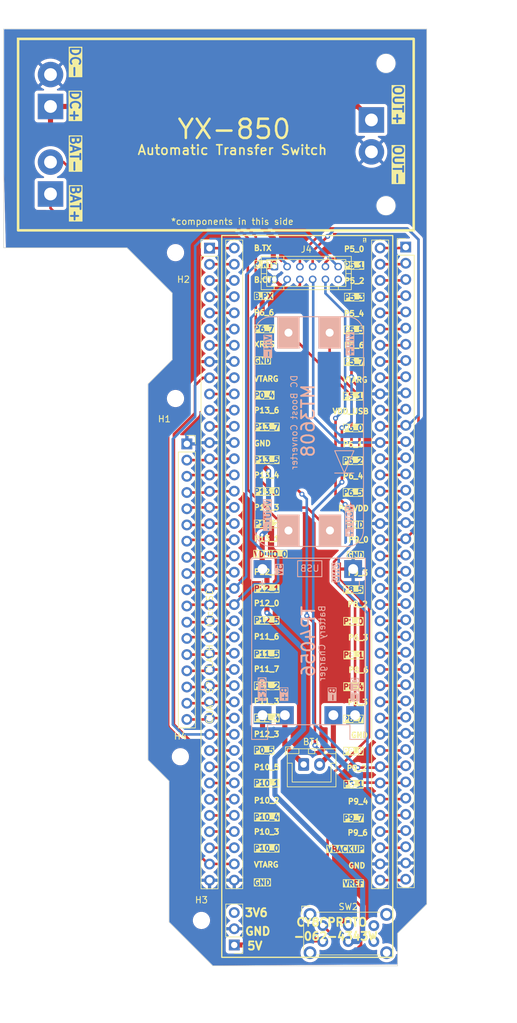
<source format=kicad_pcb>
(kicad_pcb (version 20221018) (generator pcbnew)
  (layers (0 "F.Cu" signal) (31 "B.Cu" signal) (34 "B.Paste" user) (35 "F.Paste" user) (36 "B.SilkS" user "B.Silkscreen") (37 "F.SilkS" user "F.Silkscreen") (38 "B.Mask" user) (39 "F.Mask" user) (44 "Edge.Cuts" user))
  (net 0 "")
  (net 1 "GND")
  (net 2 "+5V")
  (net 3 "P6_0")
  (net 4 "P6_1")
  (net 5 "/PCB1 : Subsistem Data Processing, Gateway, Power/Subsistem Power/BAT+")
  (net 6 "/PCB1 : Subsistem Data Processing, Gateway, Power/Subsistem Power/BAT-")
  (net 7 "P12_3")
  (net 8 "P9_2")
  (net 9 "P9_4")
  (net 10 "P5_0")
  (net 11 "P5_1")
  (net 12 "P5_2")
  (net 13 "P5_3")
  (net 14 "P5_4")
  (net 15 "P5_5")
  (net 16 "P5_6")
  (net 17 "P5_7")
  (net 18 "VTARG")
  (net 19 "VDD_USB")
  (net 20 "P6_2")
  (net 21 "P6_4")
  (net 22 "P6_5")
  (net 23 "P6_VDD")
  (net 24 "P9_0")
  (net 25 "P9_5")
  (net 26 "P9_3")
  (net 27 "P8_5")
  (net 28 "P8_2")
  (net 29 "P1_0")
  (net 30 "P6_3")
  (net 31 "P8_1")
  (net 32 "P8_6")
  (net 33 "P8_4")
  (net 34 "P8_3")
  (net 35 "P8_7")
  (net 36 "P8_0")
  (net 37 "P9_1")
  (net 38 "P9_7")
  (net 39 "P9_6")
  (net 40 "VBACKUP")
  (net 41 "VREF")
  (net 42 "B.TX")
  (net 43 "B.RTS")
  (net 44 "B.CTS")
  (net 45 "B.RX")
  (net 46 "P6_6")
  (net 47 "P6_7")
  (net 48 "XRES")
  (net 49 "P0_4")
  (net 50 "P13_6")
  (net 51 "P13_7")
  (net 52 "P13_5")
  (net 53 "P13_4")
  (net 54 "P13_0")
  (net 55 "P13_3")
  (net 56 "P13_2")
  (net 57 "P13_1")
  (net 58 "VDDIO_0")
  (net 59 "P12_4")
  (net 60 "P12_1")
  (net 61 "P12_0")
  (net 62 "P12_5")
  (net 63 "P11_6")
  (net 64 "P11_5")
  (net 65 "P11_7")
  (net 66 "P11_2")
  (net 67 "P11_3")
  (net 68 "P11_4")
  (net 69 "P0_5")
  (net 70 "P10_5")
  (net 71 "P10_1")
  (net 72 "P10_2")
  (net 73 "P10_4")
  (net 74 "P10_3")
  (net 75 "P10_0")
  (net 76 "/PCB1 : Subsistem Data Processing, Gateway, Power/POWER_BUTTON_OUT")
  (net 77 "+3V3")
  (net 79 "/PCB1 : Subsistem Data Processing, Gateway, Power/BAT_SW_OUT")
  (net 80 "/PCB1 : Subsistem Data Processing, Gateway, Power/BAT_SW_IN")
  (net 83 "/PCB1 : Subsistem Data Processing, Gateway, Power/Subsistem Power/MT3068_VOUT+")
  (net 84 "/PCB1 : Subsistem Data Processing, Gateway, Power/Subsistem Power/MT3068_VOUT-")
  (net 85 "/PCB1 : Subsistem Data Processing, Gateway, Power/Subsistem Power/MT3068_VIN-")
  (footprint "MountingHole:MountingHole_2.2mm_M2" (layer "F.Cu") (at 46.482 170.942)
    (fp_text reference "H3")
    (fp_text value "MountingHole")
  )
  (footprint "Connector_PinHeader_2.54mm:PinHeader_1x40_P2.54mm_Vertical" (layer "F.Cu") (at 47.75 65.59)
    (fp_text reference "J2" hide)
    (fp_text value "Conn_01x40_Socket")
  )
  (footprint "MountingHole:MountingHole_2.2mm_M2" (layer "F.Cu") (at 42.418 89.154)
    (fp_text reference "H1")
    (fp_text value "MountingHole")
  )
  (footprint "Button_Switch_THT:SW_E-Switch_EG2219_DPDT_Angled" (layer "F.Cu") (at 65.5 171.75)
    (fp_text reference "SW2")
    (fp_text value "SW_Push_DPDT")
  )
  (footprint "WMS_components:YX850_v2" (layer "F.Cu") (at 17.4935 47.786)
    (fp_text reference "U1" hide)
    (fp_text value "~")
    (fp_circle (center 57.912 -11.152) (end 59.412 -11.152) (stroke (width 0.05)) (fill none) (layer "Edge.Cuts"))
    (fp_circle (center 57.912 11.152) (end 59.412 11.152) (stroke (width 0.05)) (fill none) (layer "Edge.Cuts"))
  )
  (footprint "Connector_JST:JST_XH_B2B-XH-A_1x02_P2.50mm_Vertical" (layer "F.Cu") (at 62.5 146.5)
    (fp_text reference "BT1")
    (fp_text value "Battery")
  )
  (footprint "Connector_PinHeader_2.54mm:PinHeader_1x40_P2.54mm_Vertical" (layer "F.Cu") (at 78.5 65.42)
    (fp_text reference "J1" hide)
    (fp_text value "Conn_01x40_Socket")
  )
  (footprint "WMS_components:Quad_SPI_flash_microSD_v2" (layer "F.Cu") (at 44.196 96.266)
    (fp_text reference "U5" hide)
    (fp_text value "~")
  )
  (footprint "MountingHole:MountingHole_2.2mm_M2" (layer "F.Cu") (at 42.418 66.294)
    (fp_text reference "H2")
    (fp_text value "MountingHole")
  )
  (footprint "WMS_components:CY8CPROTO-062-4343W_v2" (layer "F.Cu") (at 63.943 115.125)
    (fp_text reference "U6" hide)
    (fp_text value "~")
  )
  (footprint "Connector_JST:JST_PHD_B12B-PHDSS_2x06_P2.00mm_Vertical" (layer "F.Cu") (at 57.913 68.485)
    (fp_text reference "J4")
    (fp_text value "Conn_02x06_Odd_Even")
  )
  (footprint "MountingHole:MountingHole_2.2mm_M2" (layer "F.Cu") (at 43.18 145.288)
    (fp_text reference "H4")
    (fp_text value "MountingHole")
  )
  (footprint "WMS_components:MT3608_module_v2" (layer "B.Cu") (at 63.373 92.837 90)
    (fp_text reference "U2" hide)
    (fp_text value "~")
  )
  (footprint "WMS_components:TP4056-18650_v2" (layer "B.Cu") (at 54.356 114.173 -90)
    (fp_text reference "U3" hide)
    (fp_text value "~")
  )
  (gr_line (start 38.1 145.796) (end 38.1 86.868) (stroke (width 0.1)) (layer "Edge.Cuts"))
  (gr_line (start 15.494 31.242) (end 16.764 31.242) (stroke (width 0.1)) (layer "Edge.Cuts"))
  (gr_line (start 81.788 168.402) (end 77.216 172.974) (stroke (width 0.1)) (layer "Edge.Cuts"))
  (gr_line (start 38.1 86.868) (end 41.91 83.058) (stroke (width 0.1)) (layer "Edge.Cuts"))
  (gr_line (start 15.494 65.532) (end 15.494 31.242) (stroke (width 0.1)) (layer "Edge.Cuts"))
  (gr_line (start 62.738 178.054) (end 75.692 178.054) (stroke (width 0.1)) (layer "Edge.Cuts"))
  (gr_line (start 81.788 31.242) (end 81.788 168.402) (stroke (width 0.1)) (layer "Edge.Cuts"))
  (gr_line (start 41.91 72.644) (end 34.798 65.532) (stroke (width 0.1)) (layer "Edge.Cuts"))
  (gr_line (start 41.91 83.058) (end 41.91 72.644) (stroke (width 0.1)) (layer "Edge.Cuts"))
  (gr_line (start 75.692 178.054) (end 77.216 178.054) (stroke (width 0.1)) (layer "Edge.Cuts"))
  (gr_line (start 41.402 149.098) (end 38.1 145.796) (stroke (width 0.1)) (layer "Edge.Cuts"))
  (gr_line (start 16.764 31.242) (end 81.788 31.242) (stroke (width 0.1)) (layer "Edge.Cuts"))
  (gr_line (start 48.26 178.054) (end 62.738 178.054) (stroke (width 0.1)) (layer "Edge.Cuts"))
  (gr_line (start 77.216 172.974) (end 77.216 178.054) (stroke (width 0.1)) (layer "Edge.Cuts"))
  (gr_line (start 34.798 65.532) (end 15.494 65.532) (stroke (width 0.1)) (layer "Edge.Cuts"))
  (gr_line (start 48.26 178.054) (end 41.402 171.196) (stroke (width 0.1)) (layer "Edge.Cuts"))
  (gr_line (start 41.402 171.196) (end 41.402 149.098) (stroke (width 0.1)) (layer "Edge.Cuts"))
  (segment (start 56.765 68.485) (end 56 69.25) (width 0.8) (layer "F.Cu") (net 2))
  (segment (start 57 100.5) (end 56.75 100.25) (width 0.8) (layer "F.Cu") (net 2))
  (segment (start 73.1195 45.5) (end 71.0075 43.388) (width 0.8) (layer "F.Cu") (net 2))
  (segment (start 57.75 68.322) (end 57.913 68.485) (width 0.8) (layer "F.Cu") (net 2))
  (segment (start 57.75 64) (end 57.75 68.322) (width 0.8) (layer "F.Cu") (net 2))
  (segment (start 57 100.5) (end 57 100.5) (width 0.8) (layer "F.Cu") (net 2))
  (segment (start 56 69.25) (end 56 99.5) (width 0.8) (layer "F.Cu") (net 2))
  (segment (start 29 52.75) (end 29 57.25) (width 0.8) (layer "F.Cu") (net 2))
  (segment (start 56.75 122.75) (end 56.75 116.567) (width 0.8) (layer "F.Cu") (net 2))
  (segment (start 53.5 59.75) (end 57.75 64) (width 0.8) (layer "F.Cu") (net 2))
  (segment (start 56 110.5) (end 56 115.817) (width 0.8) (layer "F.Cu") (net 2))
  (segment (start 56.75 116.567) (end 56.056 115.873) (width 0.8) (layer "F.Cu") (net 2))
  (segment (start 22.8275 43.388) (end 22.8275 46.5775) (width 0.8) (layer "F.Cu") (net 2))
  (segment (start 31.5 59.75) (end 53.5 59.75) (width 0.8) (layer "F.Cu") (net 2))
  (segment (start 71.0075 43.388) (end 22.8275 43.388) (width 0.8) (layer "F.Cu") (net 2))
  (segment (start 56 99.5) (end 57 100.5) (width 0.8) (layer "F.Cu") (net 2))
  (segment (start 22.8275 46.5775) (end 29 52.75) (width 0.8) (layer "F.Cu") (net 2))
  (segment (start 57 100.5) (end 57 100.5) (width 0.8) (layer "F.Cu") (net 2))
  (segment (start 29 57.25) (end 31.5 59.75) (width 0.8) (layer "F.Cu") (net 2))
  (segment (start 57.913 68.485) (end 56.765 68.485) (width 0.8) (layer "F.Cu") (net 2))
  (segment (start 56 115.817) (end 56.056 115.873) (width 0.8) (layer "F.Cu") (net 2))
  (via (at 56 110.5) (size 0.8) (drill 0.4) (layers "F.Cu" "B.Cu") (net 2))
  (via (at 56.75 122.75) (size 0.8) (drill 0.4) (layers "F.Cu" "B.Cu") (net 2))
  (via (at 57 100.5) (size 0.8) (drill 0.4) (layers "F.Cu" "B.Cu") (net 2))
  (segment (start 58 145.5) (end 62.5 141) (width 0.8) (layer "B.Cu") (net 2))
  (segment (start 58 151.25) (end 58 145.5) (width 0.8) (layer "B.Cu") (net 2))
  (segment (start 62.5 141) (end 62.5 128.5) (width 0.8) (layer "B.Cu") (net 2))
  (segment (start 57 100.5) (end 57 109.5) (width 0.8) (layer "B.Cu") (net 2))
  (segment (start 71 174.25) (end 71.75 173.5) (width 0.8) (layer "B.Cu") (net 2))
  (segment (start 56 110.5) (end 56 110.5) (width 0.8) (layer "B.Cu") (net 2))
  (segment (start 57 109.5) (end 56 110.5) (width 0.8) (layer "B.Cu") (net 2))
  (segment (start 62.5 128.5) (end 56.75 122.75) (width 0.8) (layer "B.Cu") (net 2))
  (segment (start 71.75 173.5) (end 71.75 165) (width 0.8) (layer "B.Cu") (net 2))
  (segment (start 71.75 165) (end 58 151.25) (width 0.8) (layer "B.Cu") (net 2))
  (segment (start 69.5 174.25) (end 71 174.25) (width 0.8) (layer "B.Cu") (net 2))
  (segment (start 56 110.5) (end 56 110.5) (width 0.8) (layer "B.Cu") (net 2))
  (segment (start 66.25 63.75) (end 66 64) (width 0.4) (layer "F.Cu") (net 3))
  (segment (start 74.484 93.509) (end 78.351 93.509) (width 0.4) (layer "F.Cu") (net 3))
  (segment (start 63.913 68.485) (end 63.913 66.087) (width 0.4) (layer "F.Cu") (net 3))
  (segment (start 63.913 66.087) (end 66.25 63.75) (width 0.4) (layer "F.Cu") (net 3))
  (segment (start 78.351 93.509) (end 78.5 93.36) (width 0.4) (layer "F.Cu") (net 3))
  (via (at 66.25 63.75) (size 0.8) (drill 0.4) (layers "F.Cu" "B.Cu") (net 3))
  (segment (start 78.89 93.36) (end 78.5 93.36) (width 0.4) (layer "B.Cu") (net 3))
  (segment (start 80.5 64.25) (end 80.5 91.75) (width 0.4) (layer "B.Cu") (net 3))
  (segment (start 66.25 63.75) (end 67.5 62.5) (width 0.4) (layer "B.Cu") (net 3))
  (segment (start 67.5 62.5) (end 78.75 62.5) (width 0.4) (layer "B.Cu") (net 3))
  (segment (start 80.5 91.75) (end 78.89 93.36) (width 0.4) (layer "B.Cu") (net 3))
  (segment (start 78.75 62.5) (end 80.5 64.25) (width 0.4) (layer "B.Cu") (net 3))
  (segment (start 78.351 96.049) (end 78.5 95.9) (width 0.4) (layer "F.Cu") (net 4))
  (segment (start 74.484 96.049) (end 78.351 96.049) (width 0.4) (layer "F.Cu") (net 4))
  (segment (start 68.049 96.049) (end 74.484 96.049) (width 0.4) (layer "B.Cu") (net 4))
  (segment (start 63.913 70.485) (end 64 70.572) (width 0.4) (layer "B.Cu") (net 4))
  (segment (start 64 70.572) (end 64 92) (width 0.4) (layer "B.Cu") (net 4))
  (segment (start 64 92) (end 68.049 96.049) (width 0.4) (layer "B.Cu") (net 4))
  (segment (start 62.5 146.5) (end 59.556 143.556) (width 0.8) (layer "F.Cu") (net 5))
  (segment (start 59.556 143.556) (end 59.556 138.773) (width 0.8) (layer "F.Cu") (net 5))
  (segment (start 67.156 144.344) (end 67.156 138.773) (width 0.8) (layer "F.Cu") (net 6))
  (segment (start 65 146.5) (end 67.156 144.344) (width 0.8) (layer "F.Cu") (net 6))
  (segment (start 47.75 141.79) (end 51.603 141.79) (width 0.4) (layer "F.Cu") (net 7))
  (segment (start 51.603 141.79) (end 51.624 141.769) (width 0.4) (layer "F.Cu") (net 7))
  (segment (start 67.913 68.485) (end 62.678 63.25) (width 0.4) (layer "B.Cu") (net 7))
  (segment (start 47.5 63.25) (end 45.5 65.25) (width 0.4) (layer "B.Cu") (net 7))
  (segment (start 62.678 63.25) (end 47.5 63.25) (width 0.4) (layer "B.Cu") (net 7))
  (segment (start 45.5 92) (end 42 95.5) (width 0.4) (layer "B.Cu") (net 7))
  (segment (start 45.5 65.25) (end 45.5 92) (width 0.4) (layer "B.Cu") (net 7))
  (segment (start 43.54 141.79) (end 47.75 141.79) (width 0.4) (layer "B.Cu") (net 7))
  (segment (start 42 95.5) (end 42 140.25) (width 0.4) (layer "B.Cu") (net 7))
  (segment (start 42 140.25) (end 43.54 141.79) (width 0.4) (layer "B.Cu") (net 7))
  (segment (start 68.5 93.75) (end 68.5 102.25) (width 0.4) (layer "F.Cu") (net 8))
  (segment (start 66.5 67.25) (end 68.75 67.25) (width 0.4) (layer "F.Cu") (net 8))
  (segment (start 70 68.5) (end 70 85.75) (width 0.4) (layer "F.Cu") (net 8))
  (segment (start 74.333 147) (end 74.484 146.849) (width 0.4) (layer "F.Cu") (net 8))
  (segment (start 70 85.75) (end 70 85.5) (width 0.4) (layer "F.Cu") (net 8))
  (segment (start 68.75 67.25) (end 70 68.5) (width 0.4) (layer "F.Cu") (net 8))
  (segment (start 65.913 67.837) (end 66.5 67.25) (width 0.4) (layer "F.Cu") (net 8))
  (segment (start 71 147) (end 74.333 147) (width 0.4) (layer "F.Cu") (net 8))
  (segment (start 78.351 146.849) (end 78.5 146.7) (width 0.4) (layer "F.Cu") (net 8))
  (segment (start 65.913 68.485) (end 65.913 67.837) (width 0.4) (layer "F.Cu") (net 8))
  (segment (start 74.484 146.849) (end 78.351 146.849) (width 0.4) (layer "F.Cu") (net 8))
  (via (at 68.5 93.75) (size 0.8) (drill 0.4) (layers "F.Cu" "B.Cu") (net 8))
  (via (at 71 147) (size 0.8) (drill 0.4) (layers "F.Cu" "B.Cu") (net 8))
  (via (at 70 85.75) (size 0.8) (drill 0.4) (layers "F.Cu" "B.Cu") (net 8))
  (via (at 68.5 102.25) (size 0.8) (drill 0.4) (layers "F.Cu" "B.Cu") (net 8))
  (segment (start 64 140) (end 71 147) (width 0.4) (layer "B.Cu") (net 8))
  (segment (start 64 106.75) (end 64 111) (width 0.4) (layer "B.Cu") (net 8))
  (segment (start 64 111) (end 64 140) (width 0.4) (layer "B.Cu") (net 8))
  (segment (start 71 147) (end 70.75 146.75) (width 0.4) (layer "B.Cu") (net 8))
  (segment (start 68.5 102.25) (end 64 106.75) (width 0.4) (layer "B.Cu") (net 8))
  (segment (start 70 85.75) (end 70 92.75) (width 0.4) (layer "B.Cu") (net 8))
  (segment (start 70 92.75) (end 68.5 93.75) (width 0.4) (layer "B.Cu") (net 8))
  (segment (start 67.5 104.25) (end 69 105.75) (width 0.4) (layer "F.Cu") (net 9))
  (segment (start 74.484 151.929) (end 78.351 151.929) (width 0.4) (layer "F.Cu") (net 9))
  (segment (start 67.5 92.25) (end 67.5 104.25) (width 0.4) (layer "F.Cu") (net 9))
  (segment (start 78.351 151.929) (end 78.5 151.78) (width 0.4) (layer "F.Cu") (net 9))
  (via (at 67.5 92.25) (size 0.8) (drill 0.4) (layers "F.Cu" "B.Cu") (net 9))
  (via (at 69 105.75) (size 0.8) (drill 0.4) (layers "F.Cu" "B.Cu") (net 9))
  (segment (start 68 118.25) (end 72.5 122.75) (width 0.4) (layer "B.Cu") (net 9))
  (segment (start 70 112) (end 68 114) (width 0.4) (layer "B.Cu") (net 9))
  (segment (start 69 75.75) (end 69 90.75) (width 0.4) (layer "B.Cu") (net 9))
  (segment (start 72.5 122.75) (end 72.5 150.25) (width 0.4) (layer "B.Cu") (net 9))
  (segment (start 69 105.75) (end 70 106.75) (width 0.4) (layer "B.Cu") (net 9))
  (segment (start 65.913 70.485) (end 65.913 72.663) (width 0.4) (layer "B.Cu") (net 9))
  (segment (start 74.179 151.929) (end 74.484 151.929) (width 0.4) (layer "B.Cu") (net 9))
  (segment (start 72.5 150.25) (end 74.179 151.929) (width 0.4) (layer "B.Cu") (net 9))
  (segment (start 70 106.75) (end 70 112) (width 0.4) (layer "B.Cu") (net 9))
  (segment (start 68 114) (end 68 118.25) (width 0.4) (layer "B.Cu") (net 9))
  (segment (start 65.913 72.663) (end 69 75.75) (width 0.4) (layer "B.Cu") (net 9))
  (segment (start 69 90.75) (end 67.5 92.25) (width 0.4) (layer "B.Cu") (net 9))
  (segment (start 74.484 65.569) (end 78.351 65.569) (width 0.4) (layer "F.Cu") (net 10))
  (segment (start 78.351 65.569) (end 78.5 65.42) (width 0.4) (layer "F.Cu") (net 10))
  (segment (start 78.351 68.109) (end 78.5 67.96) (width 0.4) (layer "F.Cu") (net 11))
  (segment (start 74.484 68.109) (end 78.351 68.109) (width 0.4) (layer "F.Cu") (net 11))
  (segment (start 74.484 70.649) (end 78.351 70.649) (width 0.4) (layer "F.Cu") (net 12))
  (segment (start 78.351 70.649) (end 78.5 70.5) (width 0.4) (layer "F.Cu") (net 12))
  (segment (start 78.351 73.189) (end 78.5 73.04) (width 0.4) (layer "F.Cu") (net 13))
  (segment (start 74.484 73.189) (end 78.351 73.189) (width 0.4) (layer "F.Cu") (net 13))
  (segment (start 78.351 75.729) (end 78.5 75.58) (width 0.4) (layer "F.Cu") (net 14))
  (segment (start 74.484 75.729) (end 78.351 75.729) (width 0.4) (layer "F.Cu") (net 14))
  (segment (start 78.351 78.269) (end 78.5 78.12) (width 0.4) (layer "F.Cu") (net 15))
  (segment (start 74.484 78.269) (end 78.351 78.269) (width 0.4) (layer "F.Cu") (net 15))
  (segment (start 78.351 80.809) (end 78.5 80.66) (width 0.4) (layer "F.Cu") (net 16))
  (segment (start 74.484 80.809) (end 78.351 80.809) (width 0.4) (layer "F.Cu") (net 16))
  (segment (start 74.484 83.349) (end 78.351 83.349) (width 0.4) (layer "F.Cu") (net 17))
  (segment (start 78.351 83.349) (end 78.5 83.2) (width 0.4) (layer "F.Cu") (net 17))
  (segment (start 46.678 85.91) (end 45.466 87.122) (width 0.4) (layer "F.Cu") (net 18))
  (segment (start 45.466 87.122) (end 45.466 91.44) (width 0.4) (layer "F.Cu") (net 18))
  (segment (start 51.603 85.91) (end 51.624 85.889) (width 0.4) (layer "F.Cu") (net 18))
  (segment (start 42.164 140.208) (end 46.228 144.272) (width 0.4) (layer "F.Cu") (net 18))
  (segment (start 78.351 85.889) (end 78.5 85.74) (width 0.4) (layer "F.Cu") (net 18))
  (segment (start 47.75 85.91) (end 51.603 85.91) (width 0.4) (layer "F.Cu") (net 18))
  (segment (start 47.556 162.11) (end 47.75 162.11) (width 0.4) (layer "F.Cu") (net 18))
  (segment (start 45.466 91.44) (end 42.164 94.742) (width 0.4) (layer "F.Cu") (net 18))
  (segment (start 51.624 162.089) (end 47.771 162.089) (width 0.4) (layer "F.Cu") (net 18))
  (segment (start 46.228 160.782) (end 47.556 162.11) (width 0.4) (layer "F.Cu") (net 18))
  (segment (start 74.484 85.889) (end 78.351 85.889) (width 0.4) (layer "F.Cu") (net 18))
  (segment (start 47.771 162.089) (end 47.75 162.11) (width 0.4) (layer "F.Cu") (net 18))
  (segment (start 47.75 85.91) (end 46.678 85.91) (width 0.4) (layer "F.Cu") (net 18))
  (segment (start 42.164 94.742) (end 42.164 140.208) (width 0.4) (layer "F.Cu") (net 18))
  (segment (start 46.228 144.272) (end 46.228 160.782) (width 0.4) (layer "F.Cu") (net 18))
  (segment (start 78.351 90.969) (end 78.5 90.82) (width 0.4) (layer "F.Cu") (net 19))
  (segment (start 74.484 90.969) (end 78.351 90.969) (width 0.4) (layer "F.Cu") (net 19))
  (segment (start 78.351 98.589) (end 78.5 98.44) (width 0.4) (layer "F.Cu") (net 20))
  (segment (start 74.484 98.589) (end 78.351 98.589) (width 0.4) (layer "F.Cu") (net 20))
  (segment (start 74.484 101.129) (end 78.351 101.129) (width 0.4) (layer "F.Cu") (net 21))
  (segment (start 78.351 101.129) (end 78.5 100.98) (width 0.4) (layer "F.Cu") (net 21))
  (segment (start 74.484 103.669) (end 78.351 103.669) (width 0.4) (layer "F.Cu") (net 22))
  (segment (start 78.351 103.669) (end 78.5 103.52) (width 0.4) (layer "F.Cu") (net 22))
  (segment (start 74.484 106.209) (end 78.351 106.209) (width 0.4) (layer "F.Cu") (net 23))
  (segment (start 78.351 106.209) (end 78.5 106.06) (width 0.4) (layer "F.Cu") (net 23))
  (segment (start 61.913 66.587) (end 66 62.5) (width 0.4) (layer "F.Cu") (net 24))
  (segment (start 61.913 68.485) (end 61.913 66.587) (width 0.4) (layer "F.Cu") (net 24))
  (segment (start 78.75 62.5) (end 80.5 64.25) (width 0.4) (layer "F.Cu") (net 24))
  (segment (start 78.351 111.289) (end 78.5 111.14) (width 0.4) (layer "F.Cu") (net 24))
  (segment (start 80.5 109.14) (end 78.5 111.14) (width 0.4) (layer "F.Cu") (net 24))
  (segment (start 80.5 64.25) (end 80.5 109.14) (width 0.4) (layer "F.Cu") (net 24))
  (segment (start 66 62.5) (end 78.75 62.5) (width 0.4) (layer "F.Cu") (net 24))
  (segment (start 74.484 111.289) (end 78.351 111.289) (width 0.4) (layer "F.Cu") (net 24))
  (segment (start 78.351 113.829) (end 78.5 113.68) (width 0.4) (layer "F.Cu") (net 25))
  (segment (start 74.484 113.829) (end 78.351 113.829) (width 0.4) (layer "F.Cu") (net 25))
  (segment (start 74.484 116.369) (end 78.351 116.369) (width 0.4) (layer "F.Cu") (net 26))
  (segment (start 78.351 116.369) (end 78.5 116.22) (width 0.4) (layer "F.Cu") (net 26))
  (segment (start 78.351 118.909) (end 78.5 118.76) (width 0.4) (layer "F.Cu") (net 27))
  (segment (start 74.484 118.909) (end 78.351 118.909) (width 0.4) (layer "F.Cu") (net 27))
  (segment (start 74.484 121.449) (end 78.351 121.449) (width 0.4) (layer "F.Cu") (net 28))
  (segment (start 78.351 121.449) (end 78.5 121.3) (width 0.4) (layer "F.Cu") (net 28))
  (segment (start 74.484 123.989) (end 78.351 123.989) (width 0.4) (layer "F.Cu") (net 29))
  (segment (start 78.351 123.989) (end 78.5 123.84) (width 0.4) (layer "F.Cu") (net 29))
  (segment (start 78.351 126.529) (end 78.5 126.38) (width 0.4) (layer "F.Cu") (net 30))
  (segment (start 74.484 126.529) (end 78.351 126.529) (width 0.4) (layer "F.Cu") (net 30))
  (segment (start 74.484 129.069) (end 78.351 129.069) (width 0.4) (layer "F.Cu") (net 31))
  (segment (start 78.351 129.069) (end 78.5 128.92) (width 0.4) (layer "F.Cu") (net 31))
  (segment (start 78.351 131.609) (end 78.5 131.46) (width 0.4) (layer "F.Cu") (net 32))
  (segment (start 74.484 131.609) (end 78.351 131.609) (width 0.4) (layer "F.Cu") (net 32))
  (segment (start 74.484 134.149) (end 78.351 134.149) (width 0.4) (layer "F.Cu") (net 33))
  (segment (start 78.351 134.149) (end 78.5 134) (width 0.4) (layer "F.Cu") (net 33))
  (segment (start 74.484 136.689) (end 78.351 136.689) (width 0.4) (layer "F.Cu") (net 34))
  (segment (start 78.351 136.689) (end 78.5 136.54) (width 0.4) (layer "F.Cu") (net 34))
  (segment (start 78.351 139.229) (end 78.5 139.08) (width 0.4) (layer "F.Cu") (net 35))
  (segment (start 74.484 139.229) (end 78.351 139.229) (width 0.4) (layer "F.Cu") (net 35))
  (segment (start 78.351 144.309) (end 78.5 144.16) (width 0.4) (layer "F.Cu") (net 36))
  (segment (start 74.484 144.309) (end 78.351 144.309) (width 0.4) (layer "F.Cu") (net 36))
  (segment (start 62.992 123.19) (end 64.262 124.46) (width 0.4) (layer "F.Cu") (net 37))
  (segment (start 74.484 149.389) (end 78.351 149.389) (width 0.4) (layer "F.Cu") (net 37))
  (segment (start 70.358 149.352) (end 74.447 149.352) (width 0.4) (layer "F.Cu") (net 37))
  (segment (start 61.913 70.485) (end 61.913 71.437) (width 0.4) (layer "F.Cu") (net 37))
  (segment (start 64.262 124.46) (end 64.262 143.51) (width 0.4) (layer "F.Cu") (net 37))
  (segment (start 78.351 149.389) (end 78.5 149.24) (width 0.4) (layer "F.Cu") (net 37))
  (segment (start 57.15 76.2) (end 57.15 99.06) (width 0.4) (layer "F.Cu") (net 37))
  (segment (start 57.15 99.06) (end 62.23 104.14) (width 0.4) (layer "F.Cu") (net 37))
  (segment (start 74.447 149.352) (end 74.484 149.389) (width 0.4) (layer "F.Cu") (net 37))
  (segment (start 61.913 71.437) (end 57.15 76.2) (width 0.4) (layer "F.Cu") (net 37))
  (via (at 62.992 123.19) (size 0.8) (drill 0.4) (layers "F.Cu" "B.Cu") (net 37))
  (via (at 70.358 149.352) (size 0.8) (drill 0.4) (layers "F.Cu" "B.Cu") (net 37))
  (via (at 64.262 143.51) (size 0.8) (drill 0.4) (layers "F.Cu" "B.Cu") (net 37))
  (via (at 62.23 104.14) (size 0.8) (drill 0.4) (layers "F.Cu" "B.Cu") (net 37))
  (segment (start 64.262 143.51) (end 70.104 149.352) (width 0.4) (layer "B.Cu") (net 37))
  (segment (start 62.23 104.14) (end 62.992 104.902) (width 0.4) (layer "B.Cu") (net 37))
  (segment (start 70.104 149.352) (end 70.358 149.352) (width 0.4) (layer "B.Cu") (net 37))
  (segment (start 62.992 104.902) (end 62.992 123.19) (width 0.4) (layer "B.Cu") (net 37))
  (segment (start 74.484 154.469) (end 78.351 154.469) (width 0.4) (layer "F.Cu") (net 38))
  (segment (start 78.351 154.469) (end 78.5 154.32) (width 0.4) (layer "F.Cu") (net 38))
  (segment (start 74.484 157.009) (end 78.351 157.009) (width 0.4) (layer "F.Cu") (net 39))
  (segment (start 78.351 157.009) (end 78.5 156.86) (width 0.4) (layer "F.Cu") (net 39))
  (segment (start 78.351 159.549) (end 78.5 159.4) (width 0.4) (layer "F.Cu") (net 40))
  (segment (start 74.484 159.549) (end 78.351 159.549) (width 0.4) (layer "F.Cu") (net 40))
  (segment (start 78.351 164.629) (end 78.5 164.48) (width 0.4) (layer "F.Cu") (net 41))
  (segment (start 74.484 164.629) (end 78.351 164.629) (width 0.4) (layer "F.Cu") (net 41))
  (segment (start 47.75 65.59) (end 51.603 65.59) (width 0.4) (layer "F.Cu") (net 42))
  (segment (start 51.603 65.59) (end 51.624 65.569) (width 0.4) (layer "F.Cu") (net 42))
  (segment (start 47.771 68.109) (end 47.75 68.13) (width 0.4) (layer "F.Cu") (net 43))
  (segment (start 51.624 68.109) (end 47.771 68.109) (width 0.4) (layer "F.Cu") (net 43))
  (segment (start 51.603 70.67) (end 51.624 70.649) (width 0.4) (layer "F.Cu") (net 44))
  (segment (start 47.75 70.67) (end 51.603 70.67) (width 0.4) (layer "F.Cu") (net 44))
  (segment (start 51.603 73.21) (end 51.624 73.189) (width 0.4) (layer "F.Cu") (net 45))
  (segment (start 47.75 73.21) (end 51.603 73.21) (width 0.4) (layer "F.Cu") (net 45))
  (segment (start 47.771 75.729) (end 47.75 75.75) (width 0.4) (layer "F.Cu") (net 46))
  (segment (start 51.624 75.729) (end 47.771 75.729) (width 0.4) (layer "F.Cu") (net 46))
  (segment (start 47.771 78.269) (end 47.75 78.29) (width 0.4) (layer "F.Cu") (net 47))
  (segment (start 51.624 78.269) (end 47.771 78.269) (width 0.4) (layer "F.Cu") (net 47))
  (segment (start 51.624 80.809) (end 47.771 80.809) (width 0.4) (layer "F.Cu") (net 48))
  (segment (start 47.771 80.809) (end 47.75 80.83) (width 0.4) (layer "F.Cu") (net 48))
  (segment (start 51.603 88.45) (end 51.624 88.429) (width 0.4) (layer "F.Cu") (net 49))
  (segment (start 47.75 88.45) (end 51.603 88.45) (width 0.4) (layer "F.Cu") (net 49))
  (segment (start 47.75 90.99) (end 51.603 90.99) (width 0.4) (layer "F.Cu") (net 50))
  (segment (start 51.603 90.99) (end 51.624 90.969) (width 0.4) (layer "F.Cu") (net 50))
  (segment (start 51.603 93.53) (end 51.624 93.509) (width 0.4) (layer "F.Cu") (net 51))
  (segment (start 47.75 93.53) (end 51.603 93.53) (width 0.4) (layer "F.Cu") (net 51))
  (segment (start 47.75 98.61) (end 47.771 98.589) (width 0.4) (layer "F.Cu") (net 52))
  (segment (start 44.196 98.806) (end 47.554 98.806) (width 0.4) (layer "F.Cu") (net 52))
  (segment (start 47.554 98.806) (end 47.75 98.61) (width 0.4) (layer "F.Cu") (net 52))
  (segment (start 47.771 98.589) (end 51.624 98.589) (width 0.4) (layer "F.Cu") (net 52))
  (segment (start 44.392 101.15) (end 44.196 101.346) (width 0.4) (layer "F.Cu") (net 53))
  (segment (start 51.603 101.15) (end 47.75 101.15) (width 0.4) (layer "F.Cu") (net 53))
  (segment (start 47.75 101.15) (end 44.392 101.15) (width 0.4) (layer "F.Cu") (net 53))
  (segment (start 51.624 101.129) (end 51.603 101.15) (width 0.4) (layer "F.Cu") (net 53))
  (segment (start 44.196 103.886) (end 47.554 103.886) (width 0.4) (layer "F.Cu") (net 54))
  (segment (start 47.75 103.69) (end 51.603 103.69) (width 0.4) (layer "F.Cu") (net 54))
  (segment (start 47.554 103.886) (end 47.75 103.69) (width 0.4) (layer "F.Cu") (net 54))
  (segment (start 51.603 103.69) (end 51.624 103.669) (width 0.4) (layer "F.Cu") (net 54))
  (segment (start 47.75 106.23) (end 44.392 106.23) (width 0.4) (layer "F.Cu") (net 55))
  (segment (start 44.392 106.23) (end 44.196 106.426) (width 0.4) (layer "F.Cu") (net 55))
  (segment (start 51.624 106.209) (end 47.771 106.209) (width 0.4) (layer "F.Cu") (net 55))
  (segment (start 47.771 106.209) (end 47.75 106.23) (width 0.4) (layer "F.Cu") (net 55))
  (segment (start 47.771 108.749) (end 51.624 108.749) (width 0.4) (layer "F.Cu") (net 56))
  (segment (start 47.75 108.77) (end 47.771 108.749) (width 0.4) (layer "F.Cu") (net 56))
  (segment (start 44.196 108.966) (end 47.554 108.966) (width 0.4) (layer "F.Cu") (net 56))
  (segment (start 47.554 108.966) (end 47.75 108.77) (width 0.4) (layer "F.Cu") (net 56))
  (segment (start 47.75 111.31) (end 44.392 111.31) (width 0.4) (layer "F.Cu") (net 57))
  (segment (start 51.624 111.289) (end 47.771 111.289) (width 0.4) (layer "F.Cu") (net 57))
  (segment (start 44.392 111.31) (end 44.196 111.506) (width 0.4) (layer "F.Cu") (net 57))
  (segment (start 47.771 111.289) (end 47.75 111.31) (width 0.4) (layer "F.Cu") (net 57))
  (segment (start 47.771 113.829) (end 51.624 113.829) (width 0.4) (layer "F.Cu") (net 58))
  (segment (start 44.196 114.046) (end 47.554 114.046) (width 0.4) (layer "F.Cu") (net 58))
  (segment (start 47.554 114.046) (end 47.75 113.85) (width 0.4) (layer "F.Cu") (net 58))
  (segment (start 47.75 113.85) (end 47.771 113.829) (width 0.4) (layer "F.Cu") (net 58))
  (segment (start 44.392 116.39) (end 44.196 116.586) (width 0.4) (layer "F.Cu") (net 59))
  (segment (start 51.603 116.39) (end 51.624 116.369) (width 0.4) (layer "F.Cu") (net 59))
  (segment (start 47.75 116.39) (end 44.392 116.39) (width 0.4) (layer "F.Cu") (net 59))
  (segment (start 47.75 116.39) (end 51.603 116.39) (width 0.4) (layer "F.Cu") (net 59))
  (segment (start 44.196 119.126) (end 47.554 119.126) (width 0.4) (layer "F.Cu") (net 60))
  (segment (start 51.603 118.93) (end 51.624 118.909) (width 0.4) (layer "F.Cu") (net 60))
  (segment (start 47.554 119.126) (end 47.75 118.93) (width 0.4) (layer "F.Cu") (net 60))
  (segment (start 47.75 118.93) (end 51.603 118.93) (width 0.4) (layer "F.Cu") (net 60))
  (segment (start 56 67.25) (end 53.5 69.75) (width 0.4) (layer "B.Cu") (net 60))
  (segment (start 59.913 68.485) (end 59.913 68.163) (width 0.4) (layer "B.Cu") (net 60))
  (segment (start 59 67.25) (end 56 67.25) (width 0.4) (layer "B.Cu") (net 60))
  (segment (start 53.5 69.75) (end 53.5 117.033) (width 0.4) (layer "B.Cu") (net 60))
  (segment (start 53.5 117.033) (end 51.624 118.909) (width 0.4) (layer "B.Cu") (net 60))
  (segment (start 59.913 68.163) (end 59 67.25) (width 0.4) (layer "B.Cu") (net 60))
  (segment (start 51.624 121.449) (end 47.771 121.449) (width 0.4) (layer "F.Cu") (net 61))
  (segment (start 44.392 121.47) (end 44.196 121.666) (width 0.4) (layer "F.Cu") (net 61))
  (segment (start 47.771 121.449) (end 47.75 121.47) (width 0.4) (layer "F.Cu") (net 61))
  (segment (start 47.75 121.47) (end 44.392 121.47) (width 0.4) (layer "F.Cu") (net 61))
  (segment (start 58.5 113.75) (end 58.5 117.75) (width 0.4) (layer "B.Cu") (net 61))
  (segment (start 51.624 121.376) (end 51.624 121.449) (width 0.4) (layer "B.Cu") (net 61))
  (segment (start 59.913 70.837) (end 54.25 76.5) (width 0.4) (layer "B.Cu") (net 61))
  (segment (start 54.25 76.5) (end 54.25 111.25) (width 0.4) (layer "B.Cu") (net 61))
  (segment (start 59.913 70.485) (end 59.913 70.837) (width 0.4) (layer "B.Cu") (net 61))
  (segment (start 54.75 118.25) (end 51.624 121.376) (width 0.4) (layer "B.Cu") (net 61))
  (segment (start 58 118.25) (end 54.75 118.25) (width 0.4) (layer "B.Cu") (net 61))
  (segment (start 58.5 117.75) (end 58 118.25) (width 0.4) (layer "B.Cu") (net 61))
  (segment (start 56.5 113.5) (end 58.25 113.5) (width 0.4) (layer "B.Cu") (net 61))
  (segment (start 58.25 113.5) (end 58.5 113.75) (width 0.4) (layer "B.Cu") (net 61))
  (segment (start 54.25 111.25) (end 56.5 113.5) (width 0.4) (layer "B.Cu") (net 61))
  (segment (start 47.771 123.989) (end 51.624 123.989) (width 0.4) (layer "F.Cu") (net 62))
  (segment (start 47.554 124.206) (end 47.75 124.01) (width 0.4) (layer "F.Cu") (net 62))
  (segment (start 47.75 124.01) (end 47.771 123.989) (width 0.4) (layer "F.Cu") (net 62))
  (segment (start 44.196 124.206) (end 47.554 124.206) (width 0.4) (layer "F.Cu") (net 62))
  (segment (start 47.771 126.529) (end 47.75 126.55) (width 0.4) (layer "F.Cu") (net 63))
  (segment (start 51.624 126.529) (end 47.771 126.529) (width 0.4) (layer "F.Cu") (net 63))
  (segment (start 44.392 126.55) (end 44.196 126.746) (width 0.4) (layer "F.Cu") (net 63))
  (segment (start 47.75 126.55) (end 44.392 126.55) (width 0.4) (layer "F.Cu") (net 63))
  (segment (start 47.554 129.286) (end 47.75 129.09) (width 0.4) (layer "F.Cu") (net 64))
  (segment (start 44.196 129.286) (end 47.554 129.286) (width 0.4) (layer "F.Cu") (net 64))
  (segment (start 51.603 129.09) (end 51.624 129.069) (width 0.4) (layer "F.Cu") (net 64))
  (segment (start 47.75 129.09) (end 51.603 129.09) (width 0.4) (layer "F.Cu") (net 64))
  (segment (start 47.75 131.63) (end 51.603 131.63) (width 0.4) (layer "F.Cu") (net 65))
  (segment (start 47.554 131.826) (end 47.75 131.63) (width 0.4) (layer "F.Cu") (net 65))
  (segment (start 44.196 131.826) (end 47.554 131.826) (width 0.4) (layer "F.Cu") (net 65))
  (segment (start 51.603 131.63) (end 51.624 131.609) (width 0.4) (layer "F.Cu") (net 65))
  (segment (start 47.75 134.17) (end 51.603 134.17) (width 0.4) (layer "F.Cu") (net 66))
  (segment (start 51.603 134.17) (end 51.624 134.149) (width 0.4) (layer "F.Cu") (net 66))
  (segment (start 47.554 134.366) (end 47.75 134.17) (width 0.4) (layer "F.Cu") (net 66))
  (segment (start 44.196 134.366) (end 47.554 134.366) (width 0.4) (layer "F.Cu") (net 66))
  (segment (start 47.554 136.906) (end 47.75 136.71) (width 0.4) (layer "F.Cu") (net 67))
  (segment (start 44.196 136.906) (end 47.554 136.906) (width 0.4) (layer "F.Cu") (net 67))
  (segment (start 47.75 136.71) (end 51.603 136.71) (width 0.4) (layer "F.Cu") (net 67))
  (segment (start 51.603 136.71) (end 51.624 136.689) (width 0.4) (layer "F.Cu") (net 67))
  (segment (start 44.196 139.446) (end 47.554 139.446) (width 0.4) (layer "F.Cu") (net 68))
  (segment (start 47.554 139.446) (end 47.75 139.25) (width 0.4) (layer "F.Cu") (net 68))
  (segment (start 47.771 139.229) (end 47.75 139.25) (width 0.4) (layer "F.Cu") (net 68))
  (segment (start 51.624 139.229) (end 47.771 139.229) (width 0.4) (layer "F.Cu") (net 68))
  (segment (start 51.624 144.309) (end 47.771 144.309) (width 0.4) (layer "F.Cu") (net 69))
  (segment (start 47.771 144.309) (end 47.75 144.33) (width 0.4) (layer "F.Cu") (net 69))
  (segment (start 47.75 146.87) (end 51.603 146.87) (width 0.4) (layer "F.Cu") (net 70))
  (segment (start 51.603 146.87) (end 51.624 146.849) (width 0.4) (layer "F.Cu") (net 70))
  (segment (start 47.75 149.41) (end 51.603 149.41) (width 0.4) (layer "F.Cu") (net 71))
  (segment (start 51.603 149.41) (end 51.624 149.389) (width 0.4) (layer "F.Cu") (net 71))
  (segment (start 47.75 151.95) (end 51.603 151.95) (width 0.4) (layer "F.Cu") (net 72))
  (segment (start 51.603 151.95) (end 51.624 151.929) (width 0.4) (layer "F.Cu") (net 72))
  (segment (start 47.75 154.49) (end 51.603 154.49) (width 0.4) (layer "F.Cu") (net 73))
  (segment (start 51.603 154.49) (end 51.624 154.469) (width 0.4) (layer "F.Cu") (net 73))
  (segment (start 47.771 157.009) (end 47.75 157.03) (width 0.4) (layer "F.Cu") (net 74))
  (segment (start 51.624 157.009) (end 47.771 157.009) (width 0.4) (layer "F.Cu") (net 74))
  (segment (start 51.624 159.549) (end 47.771 159.549) (width 0.4) (layer "F.Cu") (net 75))
  (segment (start 47.771 159.549) (end 47.75 159.57) (width 0.4) (layer "F.Cu") (net 75))
  (segment (start 51.624 174.789) (end 61.211 174.789) (width 0.8) (layer "F.Cu") (net 76))
  (segment (start 65.25 174) (end 65.5 174.25) (width 0.8) (layer "F.Cu") (net 76))
  (segment (start 62 174) (end 65.25 174) (width 0.8) (layer "F.Cu") (net 76))
  (segment (start 61.211 174.789) (end 62 174) (width 0.8) (layer "F.Cu") (net 76))
  (segment (start 71.5 168.75) (end 71.5 174.75) (width 0.4) (layer "F.Cu") (net 79))
  (segment (start 67.25 173.5) (end 65.5 171.75) (width 0.4) (layer "F.Cu") (net 79))
  (segment (start 71.25 88.75) (end 71.25 113) (width 0.4) (layer "F.Cu") (net 79))
  (segment (start 71.25 113) (end 72.75 114.5) (width 0.4) (layer "F.Cu") (net 79))
  (segment (start 71.5 174.75) (end 70.25 176) (width 0.4) (layer "F.Cu") (net 79))
  (segment (start 68.25 176) (end 67.25 175) (width 0.4) (layer "F.Cu") (net 79))
  (segment (start 67.25 175) (end 67.25 173.5) (width 0.4) (layer "F.Cu") (net 79))
  (segment (start 66.573 78.837) (end 66.573 84.073) (width 0.4) (layer "F.Cu") (net 79))
  (segment (start 66.573 84.073) (end 71.25 88.75) (width 0.4) (layer "F.Cu") (net 79))
  (segment (start 70.25 176) (end 68.25 176) (width 0.4) (layer "F.Cu") (net 79))
  (segment (start 66.25 148.75) (end 72.75 142.25) (width 0.4) (layer "F.Cu") (net 79))
  (segment (start 72.75 142.25) (end 72.75 114.5) (width 0.4) (layer "F.Cu") (net 79))
  (segment (start 66.25 163.5) (end 66.25 148.75) (width 0.4) (layer "F.Cu") (net 79))
  (segment (start 71.5 168.75) (end 66.25 163.5) (width 0.4) (layer "F.Cu") (net 79))
  (segment (start 56.056 138.773) (end 56.056 158.306) (width 0.8) (layer "F.Cu") (net 80))
  (segment (start 56.056 158.306) (end 69.5 171.75) (width 0.8) (layer "F.Cu") (net 80))
  (segment (start 55 101.25) (end 60 106.25) (width 0.4) (layer "F.Cu") (net 83))
  (segment (start 27.25 54.5) (end 27.25 59) (width 0.4) (layer "F.Cu") (net 83))
  (segment (start 29.5 61.25) (end 52.5 61.25) (width 0.4) (layer "F.Cu") (net 83))
  (segment (start 27.25 59) (end 29.5 61.25) (width 0.4) (layer "F.Cu") (net 83))
  (segment (start 60 106.25) (end 63.036 106.25) (width 0.4) (layer "F.Cu") (net 83))
  (segment (start 22.8275 52.104) (end 24.854 52.104) (width 0.4) (layer "F.Cu") (net 83))
  (segment (start 55 63.75) (end 55 101.25) (width 0.4) (layer "F.Cu") (net 83))
  (segment (start 24.854 52.104) (end 27.25 54.5) (width 0.4) (layer "F.Cu") (net 83))
  (segment (start 52.5 61.25) (end 55 63.75) (width 0.4) (layer "F.Cu") (net 83))
  (segment (start 63.036 106.25) (end 66.623 109.837) (width 0.4) (layer "F.Cu") (net 83))
  (segment (start 22.8275 59.3275) (end 25.75 62.25) (width 0.4) (layer "F.Cu") (net 84))
  (segment (start 52 62.25) (end 53.75 64) (width 0.4) (layer "F.Cu") (net 84))
  (segment (start 25.75 62.25) (end 52 62.25) (width 0.4) (layer "F.Cu") (net 84))
  (segment (start 53.75 64) (end 53.75 103.464) (width 0.4) (layer "F.Cu") (net 84))
  (segment (start 22.8275 57.104) (end 22.8275 59.3275) (width 0.4) (layer "F.Cu") (net 84))
  (segment (start 53.75 103.464) (end 60.123 109.837) (width 0.4) (layer "F.Cu") (net 84))
  (segment (start 70.556 138.773) (end 70.556 121.056) (width 0.4) (layer "F.Cu") (net 85))
  (segment (start 67.25 114.75) (end 70 112) (width 0.4) (layer "F.Cu") (net 85))
  (segment (start 70 88.714) (end 60.123 78.837) (width 0.4) (layer "F.Cu") (net 85))
  (segment (start 70 112) (end 70 88.714) (width 0.4) (layer "F.Cu") (net 85))
  (segment (start 67.25 117.75) (end 67.25 114.75) (width 0.4) (layer "F.Cu") (net 85))
  (segment (start 70.556 121.056) (end 67.25 117.75) (width 0.4) (layer "F.Cu") (net 85))
  (zone (net 1) (net_name "GND") (layers "F&B.Cu") (connect_pads (clearance 0.5)) (min_thickness 0.25) (fill yes (thermal_gap 0.5) (thermal_bridge_width 0.5))
    (polygon (pts (xy 14.986 31.242) (xy 82.042 30.48) (xy 82.042 177.8) (xy 37.846 178.054) (xy 37.592 71.628) (xy 16.002 72.39)))
  )
)
</source>
